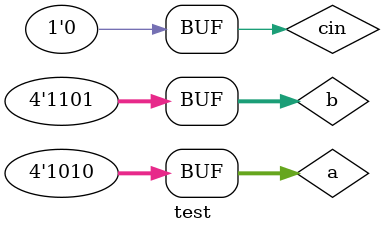
<source format=v>
`timescale 1ns / 1ps


module test;

	// Inputs
	reg [3:0] a;
	reg [3:0] b;
	reg cin;

	// Outputs
	wire [3:0] f;
	wire cout;

	// Instantiate the Unit Under Test (UUT)
	More_Add uut (
		.a(a), 
		.b(b), 
		.f(f), 
		.cin(cin), 
		.cout(cout)
	);

	initial begin
		// Initialize Inputs
		a = 0;
		b = 0;
		cin = 0;

		// Wait 100 ns for global reset to finish
		#100;
        
		// Add stimulus here
		a=0111; b=0111; cin=1;
		#100;
		a=0111; b=0111; cin=0;
		#100;
		a=0100; b=1101; cin=1;
		#100;
		a=0100; b=1101; cin=0;
		#100;
		a=0100; b=1001; cin=1;
		#100;
		a=0100; b=1001; cin=0;
		#100;
		a=0010; b=1101; cin=1;
		#100;
		a=0010; b=1101; cin=0;
		#100;
	end
      
endmodule


</source>
